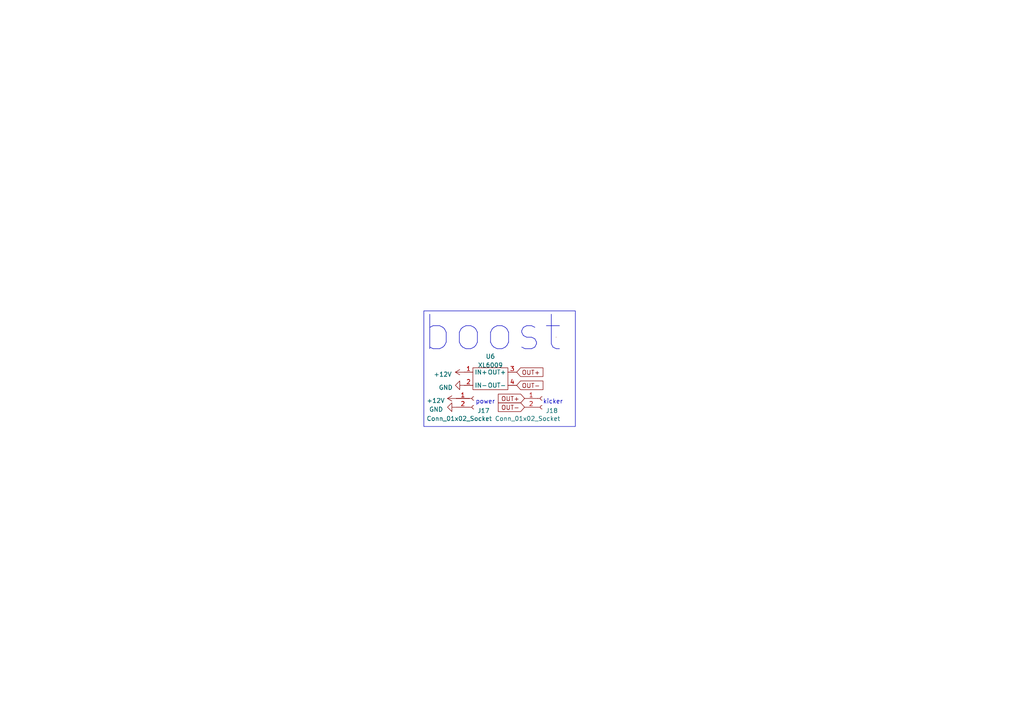
<source format=kicad_sch>
(kicad_sch (version 20230121) (generator eeschema)
  (paper "A4")
  (lib_symbols
    (symbol "Connector:Conn_01x02_Socket" (pin_names (offset 1.016) hide)
      (property "Reference" "J" (at 0 2.54 0))
      (property "Value" "Conn_01x02_Socket" (at 0 -5.08 0))
      (symbol "Conn_01x02_Socket_1_1"
        (arc (start 0 -2.032) (mid -0.5058 -2.54) (end 0 -3.048) (stroke (width 0.1524)))
        (polyline (pts (xy -1.27 -2.54) (xy -0.508 -2.54)) (stroke (width 0.1524)))
        (polyline (pts (xy -1.27 0) (xy -0.508 0)) (stroke (width 0.1524)))
        (arc (start 0 0.508) (mid -0.5058 0) (end 0 -0.508) (stroke (width 0.1524)))
        (pin passive line (at -5.08 0 0) (length 3.81) (name "Pin_1") (number "1"))
        (pin passive line (at -5.08 -2.54 0) (length 3.81) (name "Pin_2") (number "2"))
      )
    )
    (symbol "XL6009:XL6009"
      (property "Reference" "U" (at 0 1.27 0))
      (property "Value" "XL6009" (at 0 -1.27 0))
      (symbol "XL6009_0_1"
        (rectangle (start -5.08 -2.54) (end 5.08 -8.89))
        (rectangle (start 19.05 6.35) (end 19.05 6.35))
      )
      (symbol "XL6009_1_1"
        (pin input line (at -7.62 -3.81 0) (length 2.54) (name "IN+") (number "1"))
        (pin input line (at -7.62 -7.62 0) (length 2.54) (name "IN-") (number "2"))
        (pin input line (at 7.62 -3.81 180) (length 2.54) (name "OUT+") (number "3"))
        (pin input line (at 7.62 -7.62 180) (length 2.54) (name "OUT-") (number "4"))
      )
    )
    (symbol "power:+12V" (power) (pin_names (offset 0))
      (property "Value" "+12V" (at 0 3.556 0))
      (symbol "+12V_0_1"
        (polyline (pts (xy -0.762 1.27) (xy 0 2.54)))
        (polyline (pts (xy 0 0) (xy 0 2.54)))
        (polyline (pts (xy 0 2.54) (xy 0.762 1.27)))
      )
      (symbol "+12V_1_1"
        (pin power_in line (at 0 0 90) (length 0) hide (name "+12V") (number "1"))
      )
    )
    (symbol "power:GND" (power) (pin_names (offset 0))
      (property "Value" "GND" (at 0 -3.81 0))
      (symbol "GND_0_1"
        (polyline (pts (xy 0 0) (xy 0 -1.27) (xy 1.27 -1.27) (xy 0 -2.54) (xy -1.27 -1.27) (xy 0 -1.27)))
      )
      (symbol "GND_1_1"
        (pin power_in line (at 0 0 270) (length 0) hide (name "GND") (number "1"))
      )
    )
  )
  (rectangle (start 122.936 90.17) (end 166.878 123.698))
  (text "kicker" (at 157.48 117.348 0) (effects (font (size 1.27 1.27)) (justify left bottom)))
  (text "power" (at 137.922 117.348 0) (effects (font (size 1.27 1.27)) (justify left bottom)))
  (text "boost" (at 122.174 102.616 0) (effects (font (size 10 10)) (justify left bottom)))
  (global_label "OUT+" (shape input) (at 152.146 115.57 180) (property "Intersheetrefs" "${INTERSHEET_REFS}" (effects hide)))
  (global_label "OUT+" (shape input) (at 149.86 107.95 0) (property "Intersheetrefs" "${INTERSHEET_REFS}" (effects hide)))
  (global_label "OUT-" (shape input) (at 149.86 111.76 0) (property "Intersheetrefs" "${INTERSHEET_REFS}" (effects hide)))
  (global_label "OUT-" (shape input) (at 152.146 118.11 180) (property "Intersheetrefs" "${INTERSHEET_REFS}" (effects hide)))
  (symbol (lib_id "Connector:Conn_01x02_Socket") (at 157.226 115.57 0) (unit 1)
    (property "Reference" "J18" (at 158.242 119.126 0) (effects (justify left)))
    (property "Value" "Conn_01x02_Socket" (at 143.51 121.412 0) (effects (justify left)))
    (property "Footprint" "Connector_PinHeader_2.54mm:PinHeader_1x02_P2.54mm_Vertical" (effects hide))
  )
  (symbol (lib_id "power:+12V") (at 134.62 107.95 90) (unit 1)
    (property "Reference" "#PWR027" (effects hide))
    (property "Value" "+12V" (at 131.064 108.585 90) (effects (justify left)))
  )
  (symbol (lib_id "power:GND") (at 134.62 111.76 270) (unit 1)
    (property "Reference" "#PWR028" (effects hide))
    (property "Value" "GND" (at 131.318 112.395 90) (effects (justify right)))
  )
  (symbol (lib_id "power:GND") (at 132.334 118.11 270) (unit 1)
    (property "Reference" "#PWR090" (effects hide))
    (property "Value" "GND" (at 128.524 118.745 90) (effects (justify right)))
  )
  (symbol (lib_id "power:+12V") (at 132.334 115.57 90) (unit 1)
    (property "Reference" "#PWR089" (effects hide))
    (property "Value" "+12V" (at 129.032 116.205 90) (effects (justify left)))
  )
  (symbol (lib_id "XL6009:XL6009") (at 142.24 104.14 0) (unit 1)
    (property "Reference" "U6" (at 142.24 103.378 0))
    (property "Value" "XL6009" (at 142.24 105.918 0))
    (property "Footprint" "XL6009:XL6009" (effects hide))
  )
  (symbol (lib_id "Connector:Conn_01x02_Socket") (at 137.414 115.57 0) (unit 1)
    (property "Reference" "J17" (at 138.43 119.126 0) (effects (justify left)))
    (property "Value" "Conn_01x02_Socket" (at 123.698 121.412 0) (effects (justify left)))
    (property "Footprint" "Connector_PinHeader_2.54mm:PinHeader_1x02_P2.54mm_Vertical" (effects hide))
  )
)
</source>
